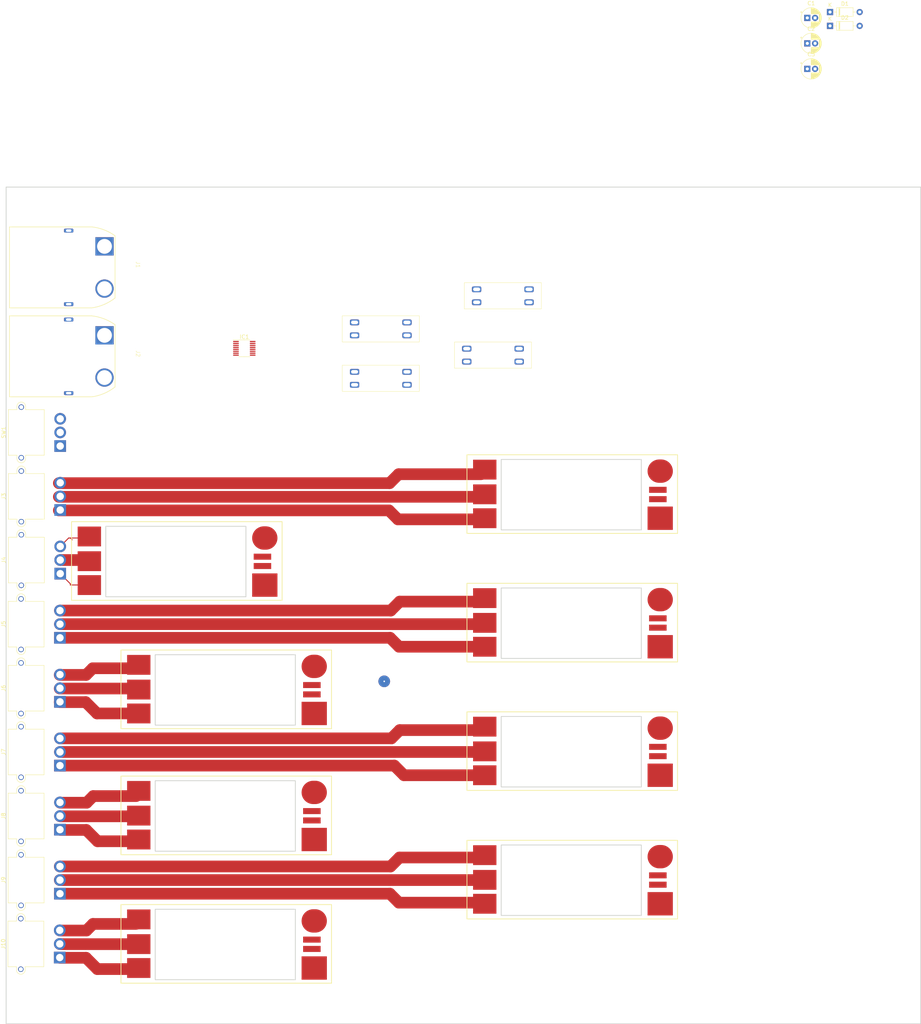
<source format=kicad_pcb>
(kicad_pcb (version 20240108) (generator "pcbnew") (generator_version "8.0")
  (layers (0 "F.Cu" signal) (31 "B.Cu" signal) (34 "B.Paste" user) (35 "F.Paste" user) (36 "B.SilkS" user "B.Silkscreen") (37 "F.SilkS" user "F.Silkscreen") (38 "B.Mask" user) (39 "F.Mask" user) (44 "Edge.Cuts" user))
  (net 0 "")
  (net 1 "Net-(IC1-Vcc)")
  (net 2 "GND")
  (net 3 "+5V")
  (net 4 "VCC")
  (net 5 "Net-(D1-K)")
  (net 6 "Net-(D1-A)")
  (net 7 "Net-(D2-A)")
  (net 8 "Net-(J1-+)")
  (net 9 "Net-(J2-+)")
  (net 10 "Net-(IC1-EN1)")
  (net 13 "Net-(IC1-GATE2)")
  (net 18 "Net-(IC1-GATE1)")
  (net 19 "Net-(J3-A)")
  (net 20 "Net-(J3-B)")
  (net 21 "Net-(J3-C)")
  (net 22 "Net-(J4-A)")
  (net 23 "Net-(J4-B)")
  (net 24 "Net-(J4-C)")
  (net 25 "Net-(J5-A)")
  (net 26 "Net-(J5-B)")
  (net 27 "Net-(J5-C)")
  (net 28 "Net-(J6-A)")
  (net 29 "Net-(J6-B)")
  (net 30 "Net-(J6-C)")
  (net 31 "Net-(J7-A)")
  (net 32 "Net-(J7-B)")
  (net 33 "Net-(J7-C)")
  (net 34 "Net-(J8-A)")
  (net 35 "Net-(J8-B)")
  (net 36 "Net-(J8-C)")
  (net 37 "Net-(J9-A)")
  (net 38 "Net-(J9-B)")
  (net 39 "Net-(J9-C)")
  (net 40 "Net-(J10-A)")
  (net 41 "Net-(J10-B)")
  (net 42 "Net-(J10-C)")
  (net 43 "M2")
  (net 44 "M1")
  (net 45 "M3")
  (net 46 "M4")
  (net 47 "M5")
  (net 48 "M6")
  (net 49 "M7")
  (net 50 "M8")
  (footprint "Capacitor_THT:CP_Radial_D5.0mm_P2.00mm" (layer "F.Cu") (at 522.729775 103.85)
    (property "Reference" "C1" (at 1 -3.75 0) (layer "F.SilkS"))
    (property "Value" "1uF")
    (pad "1" thru_hole rect (at 0 0) (size 1.6 1.6) (drill 0.8) (layers "*.Cu" "*.Mask") (net 1 "Net-(IC1-Vcc)"))
    (pad "2" thru_hole circle (at 2 0) (size 1.6 1.6) (drill 0.8) (layers "*.Cu" "*.Mask") (net 2 "GND"))
  )
  (footprint "2023Footprints:BR-ESC" (layer "F.Cu") (at 489.38 216.11 180)
    (property "Reference" "Us2" (hide yes))
    (property "Value" "~")
    (fp_rect (start 9.3 -19.3) (end 45.3 -1.2) (stroke (width 0.2)) (fill none) (layer "Edge.Cuts"))
    (pad "1" smd rect (at 4.445 -16.3 180) (size 6.5 6) (layers "F.Cu" "F.Paste" "F.Mask") (net 4 "VCC"))
    (pad "2" smd oval (at 4.445 -4.2 180) (size 6.5 6) (layers "F.Cu" "F.Paste" "F.Mask") (net 2 "GND"))
    (pad "3" smd rect (at 5.05 -11.4 180) (size 4.5 1.55) (layers "F.Cu" "F.Paste" "F.Mask") (net 44 "M1"))
    (pad "4" smd rect (at 5.05 -9 180) (size 4.5 1.55) (layers "F.Cu" "F.Paste" "F.Mask") (net 2 "GND"))
    (pad "5" smd rect (at 49.53 -16.3 180) (size 6 5.1) (layers "F.Cu" "F.Paste" "F.Mask") (net 19 "Net-(J3-A)"))
    (pad "6" smd rect (at 49.53 -10.16 180) (size 6 5.1) (layers "F.Cu" "F.Paste" "F.Mask") (net 20 "Net-(J3-B)"))
    (pad "7" smd rect (at 49.53 -3.81 180) (size 6 5.1) (layers "F.Cu" "F.Paste" "F.Mask") (net 21 "Net-(J3-C)"))
  )
  (footprint "2023Footprints:BR-ESC" (layer "F.Cu") (at 400.48 298.66 180)
    (property "Reference" "Us7" (hide yes))
    (property "Value" "~")
    (fp_rect (start 9.3 -19.3) (end 45.3 -1.2) (stroke (width 0.2)) (fill none) (layer "Edge.Cuts"))
    (pad "1" smd rect (at 4.445 -16.3 180) (size 6.5 6) (layers "F.Cu" "F.Paste" "F.Mask") (net 4 "VCC"))
    (pad "2" smd oval (at 4.445 -4.2 180) (size 6.5 6) (layers "F.Cu" "F.Paste" "F.Mask") (net 2 "GND"))
    (pad "3" smd rect (at 5.05 -11.4 180) (size 4.5 1.55) (layers "F.Cu" "F.Paste" "F.Mask") (net 48 "M6"))
    (pad "4" smd rect (at 5.05 -9 180) (size 4.5 1.55) (layers "F.Cu" "F.Paste" "F.Mask") (net 2 "GND"))
    (pad "5" smd rect (at 49.53 -16.3 180) (size 6 5.1) (layers "F.Cu" "F.Paste" "F.Mask") (net 34 "Net-(J8-A)"))
    (pad "6" smd rect (at 49.53 -10.16 180) (size 6 5.1) (layers "F.Cu" "F.Paste" "F.Mask") (net 35 "Net-(J8-B)"))
    (pad "7" smd rect (at 49.53 -3.81 180) (size 6 5.1) (layers "F.Cu" "F.Paste" "F.Mask") (net 36 "Net-(J8-C)"))
  )
  (footprint "2023Footprints:3557-15" (layer "F.Cu") (at 441.96 190.5)
    (property "Reference" "F1" (hide yes))
    (property "Value" "30A")
    (pad "1" thru_hole roundrect (at -6.735 -1.665) (size 2.4 1.5) (drill oval 1.8 0.9) (layers "*.Cu" "*.Mask") (net 6 "Net-(D1-A)"))
    (pad "2" thru_hole roundrect (at -6.735 1.665) (size 2.4 1.5) (drill oval 1.8 0.9) (layers "*.Cu" "*.Mask") (net 8 "Net-(J1-+)"))
    (pad "3" thru_hole roundrect (at 6.735 1.665) (size 2.4 1.5) (drill oval 1.8 0.9) (layers "*.Cu" "*.Mask"))
    (pad "4" thru_hole roundrect (at 6.735 -1.665) (size 2.4 1.5) (drill oval 1.8 0.9) (layers "*.Cu" "*.Mask"))
  )
  (footprint "2023Footprints:3557-15" (layer "F.Cu") (at 413.135 196.455)
    (property "Reference" "F3" (hide yes))
    (property "Value" "30A")
    (pad "1" thru_hole roundrect (at -6.735 -1.665) (size 2.4 1.5) (drill oval 1.8 0.9) (layers "*.Cu" "*.Mask") (net 7 "Net-(D2-A)"))
    (pad "2" thru_hole roundrect (at -6.735 1.665) (size 2.4 1.5) (drill oval 1.8 0.9) (layers "*.Cu" "*.Mask") (net 9 "Net-(J2-+)"))
    (pad "3" thru_hole roundrect (at 6.735 1.665) (size 2.4 1.5) (drill oval 1.8 0.9) (layers "*.Cu" "*.Mask"))
    (pad "4" thru_hole roundrect (at 6.735 -1.665) (size 2.4 1.5) (drill oval 1.8 0.9) (layers "*.Cu" "*.Mask"))
  )
  (footprint "2023Footprints:MR30PW-M" (layer "F.Cu") (at 330.769238 230.292046 90)
    (property "Reference" "J3" (at 3.5 -14.5 90) (layer "F.SilkS"))
    (property "Value" "~")
    (pad "" thru_hole circle (at -3 -10 90) (size 1.4 1.4) (drill 1) (layers "*.Cu" "*.Mask"))
    (pad "" thru_hole circle (at 10 -10 90) (size 1.4 1.4) (drill 1) (layers "*.Cu" "*.Mask"))
    (pad "1" thru_hole rect (at 0 0 90) (size 3 3) (drill 1.9) (layers "*.Cu" "*.Mask") (net 19 "Net-(J3-A)"))
    (pad "2" thru_hole circle (at 3.5 0 90) (size 3 3) (drill 1.9) (layers "*.Cu" "*.Mask") (net 20 "Net-(J3-B)"))
    (pad "3" thru_hole circle (at 7 0 90) (size 3 3) (drill 1.9) (layers "*.Cu" "*.Mask") (net 21 "Net-(J3-C)"))
  )
  (footprint "2023Footprints:BR-ESC" (layer "F.Cu") (at 400.48 266.275 180)
    (property "Reference" "Us5" (hide yes))
    (property "Value" "~")
    (fp_rect (start 9.3 -19.3) (end 45.3 -1.2) (stroke (width 0.2)) (fill none) (layer "Edge.Cuts"))
    (pad "1" smd rect (at 4.445 -16.3 180) (size 6.5 6) (layers "F.Cu" "F.Paste" "F.Mask") (net 4 "VCC"))
    (pad "2" smd oval (at 4.445 -4.2 180) (size 6.5 6) (layers "F.Cu" "F.Paste" "F.Mask") (net 2 "GND"))
    (pad "3" smd rect (at 5.05 -11.4 180) (size 4.5 1.55) (layers "F.Cu" "F.Paste" "F.Mask") (net 46 "M4"))
    (pad "4" smd rect (at 5.05 -9 180) (size 4.5 1.55) (layers "F.Cu" "F.Paste" "F.Mask") (net 2 "GND"))
    (pad "5" smd rect (at 49.53 -16.3 180) (size 6 5.1) (layers "F.Cu" "F.Paste" "F.Mask") (net 28 "Net-(J6-A)"))
    (pad "6" smd rect (at 49.53 -10.16 180) (size 6 5.1) (layers "F.Cu" "F.Paste" "F.Mask") (net 29 "Net-(J6-B)"))
    (pad "7" smd rect (at 49.53 -3.81 180) (size 6 5.1) (layers "F.Cu" "F.Paste" "F.Mask") (net 30 "Net-(J6-C)"))
  )
  (footprint "Capacitor_THT:CP_Radial_D5.0mm_P2.00mm" (layer "F.Cu") (at 522.729775 110.4)
    (property "Reference" "C2" (at 1 -3.75 0) (layer "F.SilkS"))
    (property "Value" "1uF")
    (pad "1" thru_hole rect (at 0 0) (size 1.6 1.6) (drill 0.8) (layers "*.Cu" "*.Mask") (net 3 "+5V"))
    (pad "2" thru_hole circle (at 2 0) (size 1.6 1.6) (drill 0.8) (layers "*.Cu" "*.Mask") (net 2 "GND"))
  )
  (footprint "2023Footprints:MR30PW-M" (layer "F.Cu") (at 330.641956 345.28926 90)
    (property "Reference" "J10" (at 3.5 -14.5 90) (layer "F.SilkS"))
    (property "Value" "~")
    (pad "" thru_hole circle (at -3 -10 90) (size 1.4 1.4) (drill 1) (layers "*.Cu" "*.Mask"))
    (pad "" thru_hole circle (at 10 -10 90) (size 1.4 1.4) (drill 1) (layers "*.Cu" "*.Mask"))
    (pad "1" thru_hole rect (at 0 0 90) (size 3 3) (drill 1.9) (layers "*.Cu" "*.Mask") (net 40 "Net-(J10-A)"))
    (pad "2" thru_hole circle (at 3.5 0 90) (size 3 3) (drill 1.9) (layers "*.Cu" "*.Mask") (net 42 "Net-(J10-C)"))
    (pad "3" thru_hole circle (at 7 0 90) (size 3 3) (drill 1.9) (layers "*.Cu" "*.Mask") (net 42 "Net-(J10-C)"))
  )
  (footprint "Diode_THT:D_DO-35_SOD27_P7.62mm_Horizontal" (layer "F.Cu") (at 528.57 102.35)
    (property "Reference" "D1" (at 3.81 -2.12 0) (layer "F.SilkS"))
    (property "Value" "BAT41")
    (fp_text user "K" (at 0 -1.8 0) (layer "F.SilkS"))
    (pad "1" thru_hole rect (at 0 0) (size 1.6 1.6) (drill 0.8) (layers "*.Cu" "*.Mask") (net 5 "Net-(D1-K)"))
    (pad "2" thru_hole oval (at 7.62 0) (size 1.6 1.6) (drill 0.8) (layers "*.Cu" "*.Mask") (net 6 "Net-(D1-A)"))
  )
  (footprint "Capacitor_THT:CP_Radial_D5.0mm_P2.00mm" (layer "F.Cu") (at 522.729775 116.95)
    (property "Reference" "C3" (at 1 -3.75 0) (layer "F.SilkS"))
    (property "Value" "0.33uF")
    (pad "1" thru_hole rect (at 0 0) (size 1.6 1.6) (drill 0.8) (layers "*.Cu" "*.Mask") (net 4 "VCC"))
    (pad "2" thru_hole circle (at 2 0) (size 1.6 1.6) (drill 0.8) (layers "*.Cu" "*.Mask") (net 2 "GND"))
  )
  (footprint "2023Footprints:MR30PW-M" (layer "F.Cu") (at 330.703666 279.587466 90)
    (property "Reference" "J6" (at 3.5 -14.5 90) (layer "F.SilkS"))
    (property "Value" "~")
    (pad "" thru_hole circle (at -3 -10 90) (size 1.4 1.4) (drill 1) (layers "*.Cu" "*.Mask"))
    (pad "" thru_hole circle (at 10 -10 90) (size 1.4 1.4) (drill 1) (layers "*.Cu" "*.Mask"))
    (pad "1" thru_hole rect (at 0 0 90) (size 3 3) (drill 1.9) (layers "*.Cu" "*.Mask") (net 28 "Net-(J6-A)"))
    (pad "2" thru_hole circle (at 3.5 0 90) (size 3 3) (drill 1.9) (layers "*.Cu" "*.Mask") (net 29 "Net-(J6-B)"))
    (pad "3" thru_hole circle (at 7 0 90) (size 3 3) (drill 1.9) (layers "*.Cu" "*.Mask") (net 30 "Net-(J6-C)"))
  )
  (footprint "2023Footprints:MR30PW-M" (layer "F.Cu") (at 330.703666 312.427427 90)
    (property "Reference" "J8" (at 3.5 -14.5 90) (layer "F.SilkS"))
    (property "Value" "~")
    (pad "" thru_hole circle (at -3 -10 90) (size 1.4 1.4) (drill 1) (layers "*.Cu" "*.Mask"))
    (pad "" thru_hole circle (at 10 -10 90) (size 1.4 1.4) (drill 1) (layers "*.Cu" "*.Mask"))
    (pad "1" thru_hole rect (at 0 0 90) (size 3 3) (drill 1.9) (layers "*.Cu" "*.Mask") (net 34 "Net-(J8-A)"))
    (pad "2" thru_hole circle (at 3.5 0 90) (size 3 3) (drill 1.9) (layers "*.Cu" "*.Mask") (net 35 "Net-(J8-B)"))
    (pad "3" thru_hole circle (at 7 0 90) (size 3 3) (drill 1.9) (layers "*.Cu" "*.Mask") (net 36 "Net-(J8-C)"))
  )
  (footprint "Diode_THT:D_DO-35_SOD27_P7.62mm_Horizontal" (layer "F.Cu") (at 528.57 105.9)
    (property "Reference" "D2" (at 3.81 -2.12 0) (layer "F.SilkS"))
    (property "Value" "BAT41")
    (fp_text user "K" (at 0 -1.8 0) (layer "F.SilkS"))
    (pad "1" thru_hole rect (at 0 0) (size 1.6 1.6) (drill 0.8) (layers "*.Cu" "*.Mask") (net 5 "Net-(D1-K)"))
    (pad "2" thru_hole oval (at 7.62 0) (size 1.6 1.6) (drill 0.8) (layers "*.Cu" "*.Mask") (net 7 "Net-(D2-A)"))
  )
  (footprint "2023Footprints:XT90PW-M" (layer "F.Cu") (at 332.946785 190.415747 -90)
    (property "Reference" "J2" (at -0.3 -17.8 -90) (layer "F.SilkS") (effects (font (thickness 0.1))))
    (property "Value" "Battery 2 Input ")
    (pad "1" thru_hole circle (at 5.85 -9.2 270) (size 4.7 4.7) (drill 3.8) (layers "*.Cu" "*.Mask") (net 9 "Net-(J2-+)"))
    (pad "2" thru_hole rect (at -5 -9.2 270) (size 4.7 4.7) (drill 3.8) (layers "*.Cu" "*.Mask") (net 2 "GND"))
    (pad "3" thru_hole roundrect (at 9.85 0 270) (size 1 2.4) (drill oval 0.6 1.4) (layers "*.Cu" "*.Mask"))
    (pad "4" thru_hole roundrect (at -9.05 0 270) (size 1 2.4) (drill oval 0.6 1.4) (layers "*.Cu" "*.Mask"))
  )
  (footprint "2023Footprints:BR-ESC" (layer "F.Cu") (at 489.38 249.13 180)
    (property "Reference" "Us4" (hide yes))
    (property "Value" "~")
    (fp_rect (start 9.3 -19.3) (end 45.3 -1.2) (stroke (width 0.2)) (fill none) (layer "Edge.Cuts"))
    (pad "1" smd rect (at 4.445 -16.3 180) (size 6.5 6) (layers "F.Cu" "F.Paste" "F.Mask") (net 4 "VCC"))
    (pad "2" smd oval (at 4.445 -4.2 180) (size 6.5 6) (layers "F.Cu" "F.Paste" "F.Mask") (net 2 "GND"))
    (pad "3" smd rect (at 5.05 -11.4 180) (size 4.5 1.55) (layers "F.Cu" "F.Paste" "F.Mask") (net 45 "M3"))
    (pad "4" smd rect (at 5.05 -9 180) (size 4.5 1.55) (layers "F.Cu" "F.Paste" "F.Mask") (net 2 "GND"))
    (pad "5" smd rect (at 49.53 -16.3 180) (size 6 5.1) (layers "F.Cu" "F.Paste" "F.Mask") (net 25 "Net-(J5-A)"))
    (pad "6" smd rect (at 49.53 -10.16 180) (size 6 5.1) (layers "F.Cu" "F.Paste" "F.Mask") (net 26 "Net-(J5-B)"))
    (pad "7" smd rect (at 49.53 -3.81 180) (size 6 5.1) (layers "F.Cu" "F.Paste" "F.Mask") (net 27 "Net-(J5-C)"))
  )
  (footprint "2023Footprints:3557-15" (layer "F.Cu") (at 413.135 183.755)
    (property "Reference" "F4" (hide yes))
    (property "Value" "30A")
    (pad "1" thru_hole roundrect (at -6.735 -1.665) (size 2.4 1.5) (drill oval 1.8 0.9) (layers "*.Cu" "*.Mask") (net 7 "Net-(D2-A)"))
    (pad "2" thru_hole roundrect (at -6.735 1.665) (size 2.4 1.5) (drill oval 1.8 0.9) (layers "*.Cu" "*.Mask") (net 9 "Net-(J2-+)"))
    (pad "3" thru_hole roundrect (at 6.735 1.665) (size 2.4 1.5) (drill oval 1.8 0.9) (layers "*.Cu" "*.Mask"))
    (pad "4" thru_hole roundrect (at 6.735 -1.665) (size 2.4 1.5) (drill oval 1.8 0.9) (layers "*.Cu" "*.Mask"))
  )
  (footprint "2023Footprints:MR30PW-M" (layer "F.Cu") (at 330.703666 263.131238 90)
    (property "Reference" "J5" (at 3.5 -14.5 90) (layer "F.SilkS"))
    (property "Value" "~")
    (pad "" thru_hole circle (at -3 -10 90) (size 1.4 1.4) (drill 1) (layers "*.Cu" "*.Mask"))
    (pad "" thru_hole circle (at 10 -10 90) (size 1.4 1.4) (drill 1) (layers "*.Cu" "*.Mask"))
    (pad "1" thru_hole rect (at 0 0 90) (size 3 3) (drill 1.9) (layers "*.Cu" "*.Mask") (net 25 "Net-(J5-A)"))
    (pad "2" thru_hole circle (at 3.5 0 90) (size 3 3) (drill 1.9) (layers "*.Cu" "*.Mask") (net 26 "Net-(J5-B)"))
    (pad "3" thru_hole circle (at 7 0 90) (size 3 3) (drill 1.9) (layers "*.Cu" "*.Mask") (net 27 "Net-(J5-C)"))
  )
  (footprint "2023Footprints:3557-15" (layer "F.Cu") (at 444.5 175.26)
    (property "Reference" "F2" (hide yes))
    (property "Value" "30A")
    (pad "1" thru_hole roundrect (at -6.735 -1.665) (size 2.4 1.5) (drill oval 1.8 0.9) (layers "*.Cu" "*.Mask") (net 6 "Net-(D1-A)"))
    (pad "2" thru_hole roundrect (at -6.735 1.665) (size 2.4 1.5) (drill oval 1.8 0.9) (layers "*.Cu" "*.Mask") (net 8 "Net-(J1-+)"))
    (pad "3" thru_hole roundrect (at 6.735 1.665) (size 2.4 1.5) (drill oval 1.8 0.9) (layers "*.Cu" "*.Mask"))
    (pad "4" thru_hole roundrect (at 6.735 -1.665) (size 2.4 1.5) (drill oval 1.8 0.9) (layers "*.Cu" "*.Mask"))
  )
  (footprint "2023Footprints:BR-ESC" (layer "F.Cu") (at 489.38 315.17 180)
    (property "Reference" "Us8" (hide yes))
    (property "Value" "~")
    (fp_rect (start 9.3 -19.3) (end 45.3 -1.2) (stroke (width 0.2)) (fill none) (layer "Edge.Cuts"))
    (pad "1" smd rect (at 4.445 -16.3 180) (size 6.5 6) (layers "F.Cu" "F.Paste" "F.Mask") (net 4 "VCC"))
    (pad "2" smd oval (at 4.445 -4.2 180) (size 6.5 6) (layers "F.Cu" "F.Paste" "F.Mask") (net 2 "GND"))
    (pad "3" smd rect (at 5.05 -11.4 180) (size 4.5 1.55) (layers "F.Cu" "F.Paste" "F.Mask") (net 49 "M7"))
    (pad "4" smd rect (at 5.05 -9 180) (size 4.5 1.55) (layers "F.Cu" "F.Paste" "F.Mask") (net 2 "GND"))
    (pad "5" smd rect (at 49.53 -16.3 180) (size 6 5.1) (layers "F.Cu" "F.Paste" "F.Mask") (net 37 "Net-(J9-A)"))
    (pad "6" smd rect (at 49.53 -10.16 180) (size 6 5.1) (layers "F.Cu" "F.Paste" "F.Mask") (net 38 "Net-(J9-B)"))
    (pad "7" smd rect (at 49.53 -3.81 180) (size 6 5.1) (layers "F.Cu" "F.Paste" "F.Mask") (net 39 "Net-(J9-C)"))
  )
  (footprint "2023Footprints:MR30PW-M" (layer "F.Cu") (at 330.703666 295.971199 90)
    (property "Reference" "J7" (at 3.5 -14.5 90) (layer "F.SilkS"))
    (property "Value" "~")
    (pad "" thru_hole circle (at -3 -10 90) (size 1.4 1.4) (drill 1) (layers "*.Cu" "*.Mask"))
    (pad "" thru_hole circle (at 10 -10 90) (size 1.4 1.4) (drill 1) (layers "*.Cu" "*.Mask"))
    (pad "1" thru_hole rect (at 0 0 90) (size 3 3) (drill 1.9) (layers "*.Cu" "*.Mask") (net 31 "Net-(J7-A)"))
    (pad "2" thru_hole circle (at 3.5 0 90) (size 3 3) (drill 1.9) (layers "*.Cu" "*.Mask") (net 32 "Net-(J7-B)"))
    (pad "3" thru_hole circle (at 7 0 90) (size 3 3) (drill 1.9) (layers "*.Cu" "*.Mask") (net 33 "Net-(J7-C)"))
  )
  (footprint "2023Footprints:MR30PW-M" (layer "F.Cu") (at 330.757193 213.8634 90)
    (property "Reference" "SW1" (at 3.5 -14.5 90) (layer "F.SilkS"))
    (property "Value" "Power Switch")
    (pad "" thru_hole circle (at -3 -10 90) (size 1.4 1.4) (drill 1) (layers "*.Cu" "*.Mask"))
    (pad "" thru_hole circle (at 10 -10 90) (size 1.4 1.4) (drill 1) (layers "*.Cu" "*.Mask"))
    (pad "1" thru_hole rect (at 0 0 90) (size 3 3) (drill 1.9) (layers "*.Cu" "*.Mask") (net 2 "GND"))
    (pad "2" thru_hole circle (at 3.5 0 90) (size 3 3) (drill 1.9) (layers "*.Cu" "*.Mask") (net 10 "Net-(IC1-EN1)"))
    (pad "3" thru_hole circle (at 7 0 90) (size 3 3) (drill 1.9) (layers "*.Cu" "*.Mask") (net 5 "Net-(D1-K)"))
  )
  (footprint "2023Footprints:BR-ESC" (layer "F.Cu") (at 387.78 233.29 180)
    (property "Reference" "Us1" (hide yes))
    (property "Value" "~")
    (fp_rect (start 9.3 -19.3) (end 45.3 -1.2) (stroke (width 0.2)) (fill none) (layer "Edge.Cuts"))
    (pad "1" smd rect (at 4.445 -16.3 180) (size 6.5 6) (layers "F.Cu" "F.Paste" "F.Mask") (net 4 "VCC"))
    (pad "2" smd oval (at 4.445 -4.2 180) (size 6.5 6) (layers "F.Cu" "F.Paste" "F.Mask") (net 2 "GND"))
    (pad "3" smd rect (at 5.05 -11.4 180) (size 4.5 1.55) (layers "F.Cu" "F.Paste" "F.Mask") (net 43 "M2"))
    (pad "4" smd rect (at 5.05 -9 180) (size 4.5 1.55) (layers "F.Cu" "F.Paste" "F.Mask") (net 2 "GND"))
    (pad "5" smd rect (at 49.53 -16.3 180) (size 6 5.1) (layers "F.Cu" "F.Paste" "F.Mask") (net 22 "Net-(J4-A)"))
    (pad "6" smd rect (at 49.53 -10.16 180) (size 6 5.1) (layers "F.Cu" "F.Paste" "F.Mask") (net 23 "Net-(J4-B)"))
    (pad "7" smd rect (at 49.53 -3.81 180) (size 6 5.1) (layers "F.Cu" "F.Paste" "F.Mask") (net 24 "Net-(J4-C)"))
  )
  (footprint "2023Footprints:BR-ESC" (layer "F.Cu") (at 400.48 331.68 180)
    (property "Reference" "Us9" (hide yes))
    (property "Value" "~")
    (fp_rect (start 9.3 -19.3) (end 45.3 -1.2) (stroke (width 0.2)) (fill none) (layer "Edge.Cuts"))
    (pad "1" smd rect (at 4.445 -16.3 180) (size 6.5 6) (layers "F.Cu" "F.Paste" "F.Mask") (net 4 "VCC"))
    (pad "2" smd oval (at 4.445 -4.2 180) (size 6.5 6) (layers "F.Cu" "F.Paste" "F.Mask") (net 2 "GND"))
    (pad "3" smd rect (at 5.05 -11.4 180) (size 4.5 1.55) (layers "F.Cu" "F.Paste" "F.Mask") (net 50 "M8"))
    (pad "4" smd rect (at 5.05 -9 180) (size 4.5 1.55) (layers "F.Cu" "F.Paste" "F.Mask") (net 2 "GND"))
    (pad "5" smd rect (at 49.53 -16.3 180) (size 6 5.1) (layers "F.Cu" "F.Paste" "F.Mask") (net 40 "Net-(J10-A)"))
    (pad "6" smd rect (at 49.53 -10.16 180) (size 6 5.1) (layers "F.Cu" "F.Paste" "F.Mask") (net 41 "Net-(J10-B)"))
    (pad "7" smd rect (at 49.53 -3.81 180) (size 6 5.1) (layers "F.Cu" "F.Paste" "F.Mask") (net 42 "Net-(J10-C)"))
  )
  (footprint "2023Footprints:MR30PW-M" (layer "F.Cu") (at 330.769238 246.652046 90)
    (property "Reference" "J4" (at 3.5 -14.5 90) (layer "F.SilkS"))
    (property "Value" "~")
    (pad "" thru_hole circle (at -3 -10 90) (size 1.4 1.4) (drill 1) (layers "*.Cu" "*.Mask"))
    (pad "" thru_hole circle (at 10 -10 90) (size 1.4 1.4) (drill 1) (layers "*.Cu" "*.Mask"))
    (pad "1" thru_hole rect (at 0 0 90) (size 3 3) (drill 1.9) (layers "*.Cu" "*.Mask") (net 22 "Net-(J4-A)"))
    (pad "2" thru_hole circle (at 3.5 0 90) (size 3 3) (drill 1.9) (layers "*.Cu" "*.Mask") (net 23 "Net-(J4-B)"))
    (pad "3" thru_hole circle (at 7 0 90) (size 3 3) (drill 1.9) (layers "*.Cu" "*.Mask") (net 24 "Net-(J4-C)"))
  )
  (footprint "Package_SO:MSOP-16_3x4mm_P0.5mm" (layer "F.Cu") (at 378.07 188.75)
    (property "Reference" "IC1" (at 0 -2.95 0) (layer "F.SilkS"))
    (property "Value" "~")
    (pad "1" smd roundrect (at -2.15 -1.75) (size 1.45 0.3) (layers "F.Cu" "F.Paste" "F.Mask") (net 10 "Net-(IC1-EN1)"))
    (pad "2" smd roundrect (at -2.15 -1.25) (size 1.45 0.3) (layers "F.Cu" "F.Paste" "F.Mask"))
    (pad "3" smd roundrect (at -2.15 -0.75) (size 1.45 0.3) (layers "F.Cu" "F.Paste" "F.Mask"))
    (pad "4" smd roundrect (at -2.15 -0.25) (size 1.45 0.3) (layers "F.Cu" "F.Paste" "F.Mask") (net 6 "Net-(D1-A)"))
    (pad "5" smd roundrect (at -2.15 0.25) (size 1.45 0.3) (layers "F.Cu" "F.Paste" "F.Mask") (net 13 "Net-(IC1-GATE2)"))
    (pad "6" smd roundrect (at -2.15 0.75) (size 1.45 0.3) (layers "F.Cu" "F.Paste" "F.Mask"))
    (pad "7" smd roundrect (at -2.15 1.25) (size 1.45 0.3) (layers "F.Cu" "F.Paste" "F.Mask") (net 4 "VCC"))
    (pad "8" smd roundrect (at -2.15 1.75) (size 1.45 0.3) (layers "F.Cu" "F.Paste" "F.Mask"))
    (pad "9" smd roundrect (at 2.15 1.75) (size 1.45 0.3) (layers "F.Cu" "F.Paste" "F.Mask"))
    (pad "10" smd roundrect (at 2.15 1.25) (size 1.45 0.3) (layers "F.Cu" "F.Paste" "F.Mask") (net 4 "VCC"))
    (pad "11" smd roundrect (at 2.15 0.75) (size 1.45 0.3) (layers "F.Cu" "F.Paste" "F.Mask"))
    (pad "12" smd roundrect (at 2.15 0.25) (size 1.45 0.3) (layers "F.Cu" "F.Paste" "F.Mask") (net 18 "Net-(IC1-GATE1)"))
    (pad "13" smd roundrect (at 2.15 -0.25) (size 1.45 0.3) (layers "F.Cu" "F.Paste" "F.Mask") (net 7 "Net-(D2-A)"))
    (pad "14" smd roundrect (at 2.15 -0.75) (size 1.45 0.3) (layers "F.Cu" "F.Paste" "F.Mask") (net 1 "Net-(IC1-Vcc)"))
    (pad "15" smd roundrect (at 2.15 -1.25) (size 1.45 0.3) (layers "F.Cu" "F.Paste" "F.Mask") (net 2 "GND"))
    (pad "16" smd roundrect (at 2.15 -1.75) (size 1.45 0.3) (layers "F.Cu" "F.Paste" "F.Mask") (net 10 "Net-(IC1-EN1)"))
  )
  (footprint "2023Footprints:BR-ESC" (layer "F.Cu") (at 489.38 282.15 180)
    (property "Reference" "Us6" (hide yes))
    (property "Value" "~")
    (fp_rect (start 9.3 -19.3) (end 45.3 -1.2) (stroke (width 0.2)) (fill none) (layer "Edge.Cuts"))
    (pad "1" smd rect (at 4.445 -16.3 180) (size 6.5 6) (layers "F.Cu" "F.Paste" "F.Mask") (net 4 "VCC"))
    (pad "2" smd oval (at 4.445 -4.2 180) (size 6.5 6) (layers "F.Cu" "F.Paste" "F.Mask") (net 2 "GND"))
    (pad "3" smd rect (at 5.05 -11.4 180) (size 4.5 1.55) (layers "F.Cu" "F.Paste" "F.Mask") (net 47 "M5"))
    (pad "4" smd rect (at 5.05 -9 180) (size 4.5 1.55) (layers "F.Cu" "F.Paste" "F.Mask") (net 2 "GND"))
    (pad "5" smd rect (at 49.53 -16.3 180) (size 6 5.1) (layers "F.Cu" "F.Paste" "F.Mask") (net 31 "Net-(J7-A)"))
    (pad "6" smd rect (at 49.53 -10.16 180) (size 6 5.1) (layers "F.Cu" "F.Paste" "F.Mask") (net 32 "Net-(J7-B)"))
    (pad "7" smd rect (at 49.53 -3.81 180) (size 6 5.1) (layers "F.Cu" "F.Paste" "F.Mask") (net 33 "Net-(J7-C)"))
  )
  (footprint "2023Footprints:MR30PW-M" (layer "F.Cu") (at 330.703666 328.883654 90)
    (property "Reference" "J9" (at 3.5 -14.5 90) (layer "F.SilkS"))
    (property "Value" "~")
    (pad "" thru_hole circle (at -3 -10 90) (size 1.4 1.4) (drill 1) (layers "*.Cu" "*.Mask"))
    (pad "" thru_hole circle (at 10 -10 90) (size 1.4 1.4) (drill 1) (layers "*.Cu" "*.Mask"))
    (pad "1" thru_hole rect (at 0 0 90) (size 3 3) (drill 1.9) (layers "*.Cu" "*.Mask") (net 37 "Net-(J9-A)"))
    (pad "2" thru_hole circle (at 3.5 0 90) (size 3 3) (drill 1.9) (layers "*.Cu" "*.Mask") (net 38 "Net-(J9-B)"))
    (pad "3" thru_hole circle (at 7 0 90) (size 3 3) (drill 1.9) (layers "*.Cu" "*.Mask") (net 39 "Net-(J9-C)"))
  )
  (footprint "2023Footprints:XT90PW-M" (layer "F.Cu") (at 332.946785 167.555747 -90)
    (property "Reference" "J1" (at -0.3 -17.8 -90) (layer "F.SilkS") (effects (font (thickness 0.1))))
    (property "Value" "Battery 1 Input")
    (pad "1" thru_hole circle (at 5.85 -9.2 270) (size 4.7 4.7) (drill 3.8) (layers "*.Cu" "*.Mask") (net 8 "Net-(J1-+)"))
    (pad "2" thru_hole rect (at -5 -9.2 270) (size 4.7 4.7) (drill 3.8) (layers "*.Cu" "*.Mask") (net 2 "GND"))
    (pad "3" thru_hole roundrect (at 9.85 0 270) (size 1 2.4) (drill oval 0.6 1.4) (layers "*.Cu" "*.Mask"))
    (pad "4" thru_hole roundrect (at -9.05 0 270) (size 1 2.4) (drill oval 0.6 1.4) (layers "*.Cu" "*.Mask"))
  )
  (gr_rect (start 316.865 147.32) (end 551.865 362.32) (stroke (width 0.2)) (fill none) (layer "Edge.Cuts"))
  (via (at 414.02 274.32) (size 3) (drill 0.4) (layers "F.Cu" "B.Cu") (net 0))
  (segment (start 330.414285 230.400619) (end 415.241857 230.400619) (width 3) (layer "F.Cu") (net 19))
  (segment (start 417.540619 232.699381) (end 438.790619 232.699381) (width 3) (layer "F.Cu") (net 19))
  (segment (start 415.241857 230.400619) (end 417.540619 232.699381) (width 3) (layer "F.Cu") (net 19))
  (segment (start 330.414285 226.900619) (end 438.889381 226.900619) (width 3) (layer "F.Cu") (net 20))
  (segment (start 417.710619 221.099381) (end 438.890619 221.099381) (width 3) (layer "F.Cu") (net 21))
  (segment (start 330.414285 223.400619) (end 415.409381 223.400619) (width 3) (layer "F.Cu") (net 21))
  (segment (start 415.409381 223.400619) (end 417.710619 221.099381) (width 3) (layer "F.Cu") (net 21))
  (segment (start 333.375 249.257808) (end 333.375 249.555) (width 0.25) (layer "F.Cu") (net 22))
  (segment (start 330.769238 246.652046) (end 333.375 249.257808) (width 0.25) (layer "F.Cu") (net 22))
  (segment (start 333.375 249.555) (end 337.48 249.555) (width 0.25) (layer "F.Cu") (net 22))
  (segment (start 336.977046 243.152046) (end 337.58 243.755) (width 0.25) (layer "F.Cu") (net 23))
  (segment (start 330.704629 341.849335) (end 349.612437 341.849335) (width 3) (layer "F.Cu") (net 23))
  (segment (start 330.769238 243.152046) (end 336.977046 243.152046) (width 3) (layer "F.Cu") (net 23))
  (segment (start 330.769238 239.652046) (end 332.931284 237.49) (width 0.25) (layer "F.Cu") (net 24))
  (segment (start 333.375 237.49) (end 333.84 237.955) (width 0.25) (layer "F.Cu") (net 24))
  (segment (start 332.931284 237.49) (end 333.375 237.49) (width 0.25) (layer "F.Cu") (net 24))
  (segment (start 333.375 237.49) (end 337.115 237.49) (width 0.25) (layer "F.Cu") (net 24))
  (segment (start 415.531238 263.131238) (end 417.83 265.43) (width 3) (layer "F.Cu") (net 25))
  (segment (start 417.83 265.43) (end 439.08 265.43) (width 3) (layer "F.Cu") (net 25))
  (segment (start 330.703666 263.131238) (end 415.531238 263.131238) (width 3) (layer "F.Cu") (net 25))
  (segment (start 439.178762 259.631238) (end 439.18 259.63) (width 0.25) (layer "F.Cu") (net 26))
  (segment (start 330.703666 259.631238) (end 439.178762 259.631238) (width 3) (layer "F.Cu") (net 26))
  (segment (start 330.703666 256.131238) (end 415.698762 256.131238) (width 3) (layer "F.Cu") (net 27))
  (segment (start 418 253.83) (end 439.18 253.83) (width 3) (layer "F.Cu") (net 27))
  (segment (start 415.698762 256.131238) (end 418 253.83) (width 3) (layer "F.Cu") (net 27))
  (segment (start 337.319325 279.664619) (end 340.222279 282.567573) (width 3) (layer "F.Cu") (net 28))
  (segment (start 340.222279 282.567573) (end 350.042279 282.567573) (width 3) (layer "F.Cu") (net 28))
  (segment (start 330.631517 279.664619) (end 337.319325 279.664619) (width 3) (layer "F.Cu") (net 28))
  (segment (start 330.631517 276.164619) (end 349.539325 276.164619) (width 3) (layer "F.Cu") (net 29))
  (segment (start 350.567466 276.087466) (end 350.62 276.14) (width 0.25) (layer "F.Cu") (net 29))
  (segment (start 339.122279 270.967573) (end 350.142279 270.967573) (width 3) (layer "F.Cu") (net 30))
  (segment (start 337.425233 272.664619) (end 339.122279 270.967573) (width 3) (layer "F.Cu") (net 30))
  (segment (start 330.631517 272.664619) (end 337.425233 272.664619) (width 3) (layer "F.Cu") (net 30))
  (segment (start 330.703666 295.971199) (end 416.621199 295.971199) (width 3) (layer "F.Cu") (net 31))
  (segment (start 419.1 298.45) (end 439.08 298.45) (width 3) (layer "F.Cu") (net 31))
  (segment (start 416.621199 295.971199) (end 419.1 298.45) (width 3) (layer "F.Cu") (net 31))
  (segment (start 330.703666 292.471199) (end 439.001199 292.471199) (width 3) (layer "F.Cu") (net 32))
  (segment (start 439.001199 292.471199) (end 439.18 292.65) (width 0.25) (layer "F.Cu") (net 32))
  (segment (start 415.878801 288.971199) (end 418 286.85) (width 3) (layer "F.Cu") (net 33))
  (segment (start 330.703666 288.971199) (end 415.878801 288.971199) (width 3) (layer "F.Cu") (net 33))
  (segment (start 418 286.85) (end 439.18 286.85) (width 3) (layer "F.Cu") (net 33))
  (segment (start 330.765828 312.503701) (end 337.453636 312.503701) (width 3) (layer "F.Cu") (net 34))
  (segment (start 337.812573 312.427427) (end 337.82 312.42) (width 0.25) (layer "F.Cu") (net 34))
  (segment (start 340.35659 315.406655) (end 350.17659 315.406655) (width 3) (layer "F.Cu") (net 34))
  (segment (start 337.453636 312.503701) (end 340.35659 315.406655) (width 3) (layer "F.Cu") (net 34))
  (segment (start 349.242573 308.927427) (end 350.28 307.89) (width 0.25) (layer "F.Cu") (net 35))
  (segment (start 330.765828 309.003701) (end 349.673636 309.003701) (width 3) (layer "F.Cu") (net 35))
  (segment (start 339.25659 303.806655) (end 350.27659 303.806655) (width 3) (layer "F.Cu") (net 36))
  (segment (start 337.559544 305.503701) (end 339.25659 303.806655) (width 3) (layer "F.Cu") (net 36))
  (segment (start 330.765828 305.503701) (end 337.559544 305.503701) (width 3) (layer "F.Cu") (net 36))
  (segment (start 415.481741 328.884361) (end 417.780503 331.183123) (width 3) (layer "F.Cu") (net 37))
  (segment (start 417.780503 331.183123) (end 439.030503 331.183123) (width 3) (layer "F.Cu") (net 37))
  (segment (start 330.654169 328.884361) (end 415.481741 328.884361) (width 3) (layer "F.Cu") (net 37))
  (segment (start 330.654169 325.384361) (end 439.129265 325.384361) (width 3) (layer "F.Cu") (net 38))
  (segment (start 417.950503 319.583123) (end 439.130503 319.583123) (width 3) (layer "F.Cu") (net 39))
  (segment (start 415.649265 321.884361) (end 417.950503 319.583123) (width 3) (layer "F.Cu") (net 39))
  (segment (start 330.703666 321.883654) (end 412.176346 321.883654) (width 0.25) (layer "F.Cu") (net 39))
  (segment (start 330.654169 321.884361) (end 415.649265 321.884361) (width 3) (layer "F.Cu") (net 39))
  (segment (start 340.295391 348.252289) (end 350.115391 348.252289) (width 3) (layer "F.Cu") (net 40))
  (segment (start 337.392437 345.349335) (end 340.295391 348.252289) (width 3) (layer "F.Cu") (net 40))
  (segment (start 330.704629 345.349335) (end 337.392437 345.349335) (width 3) (layer "F.Cu") (net 40))
  (segment (start 337.498345 338.349335) (end 339.195391 336.652289) (width 3) (layer "F.Cu") (net 42))
  (segment (start 339.195391 336.652289) (end 350.215391 336.652289) (width 3) (layer "F.Cu") (net 42))
  (segment (start 330.704629 338.349335) (end 337.498345 338.349335) (width 3) (layer "F.Cu") (net 42))
)
</source>
